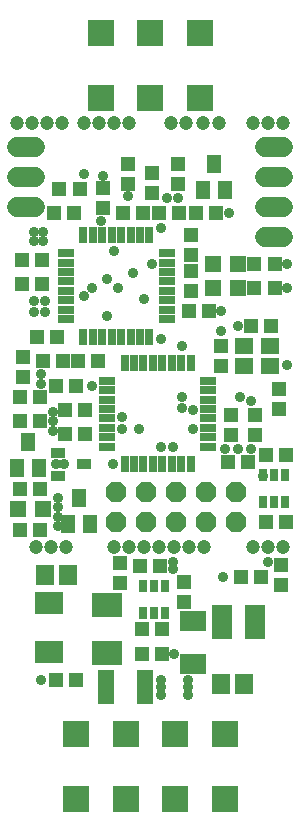
<source format=gbr>
G04 EAGLE Gerber RS-274X export*
G75*
%MOMM*%
%FSLAX34Y34*%
%LPD*%
%INSoldermask Top*%
%IPPOS*%
%AMOC8*
5,1,8,0,0,1.08239X$1,22.5*%
G01*
%ADD10C,1.203200*%
%ADD11R,1.303200X1.203200*%
%ADD12R,1.203200X1.303200*%
%ADD13R,1.203200X0.903200*%
%ADD14R,1.473200X0.762000*%
%ADD15R,0.762000X1.473200*%
%ADD16R,1.203200X1.603200*%
%ADD17R,1.403200X1.403200*%
%ADD18R,2.363200X1.983200*%
%ADD19R,1.403200X3.003200*%
%ADD20C,1.727200*%
%ADD21R,0.803200X1.103200*%
%ADD22P,1.869504X8X22.500000*%
%ADD23R,1.603200X1.403200*%
%ADD24R,1.503200X1.703200*%
%ADD25R,1.803200X2.903200*%
%ADD26R,2.303200X1.703200*%
%ADD27R,2.603200X2.003200*%
%ADD28C,0.914400*%
%ADD29R,2.298700X2.298700*%


D10*
X68263Y588963D03*
X80963Y588963D03*
X93663Y588963D03*
X153988Y588963D03*
X182563Y588963D03*
X168275Y588963D03*
X26988Y230188D03*
X39688Y230188D03*
X52388Y230188D03*
X106363Y230188D03*
X119063Y230188D03*
X131763Y230188D03*
X144463Y230188D03*
X157163Y230188D03*
X106363Y588963D03*
X141288Y588963D03*
X36513Y588963D03*
X23813Y588963D03*
X11113Y588963D03*
X223838Y588963D03*
X211138Y588963D03*
X236538Y588963D03*
X211138Y230188D03*
X223838Y230188D03*
X236538Y230188D03*
X49213Y588963D03*
X169863Y230188D03*
X93663Y230188D03*
D11*
X32313Y452438D03*
X15313Y452438D03*
X156600Y430213D03*
X173600Y430213D03*
D12*
X84138Y533963D03*
X84138Y516963D03*
D11*
X79938Y387350D03*
X62938Y387350D03*
D12*
X125413Y546663D03*
X125413Y529663D03*
D13*
X68150Y300038D03*
X46150Y290538D03*
X46150Y309538D03*
D12*
X45013Y407988D03*
X28013Y407988D03*
X64063Y533400D03*
X47063Y533400D03*
X15313Y473075D03*
X32313Y473075D03*
X32775Y387350D03*
X49775Y387350D03*
X118038Y512763D03*
X101038Y512763D03*
D11*
X158750Y494275D03*
X158750Y477275D03*
X158750Y464113D03*
X158750Y447113D03*
D12*
X42300Y512763D03*
X59300Y512763D03*
X13725Y336550D03*
X30725Y336550D03*
D11*
X15875Y374088D03*
X15875Y391088D03*
D12*
X30725Y279400D03*
X13725Y279400D03*
X148200Y512763D03*
X131200Y512763D03*
D11*
X147638Y554600D03*
X147638Y537600D03*
D12*
X179950Y512763D03*
X162950Y512763D03*
D14*
X52324Y478850D03*
X52324Y470850D03*
X52324Y462850D03*
X52324Y454850D03*
X52324Y446850D03*
X52324Y438850D03*
X52324Y430850D03*
X52324Y422850D03*
D15*
X67250Y407924D03*
X75250Y407924D03*
X83250Y407924D03*
X91250Y407924D03*
X99250Y407924D03*
X107250Y407924D03*
X115250Y407924D03*
X123250Y407924D03*
D14*
X138176Y422850D03*
X138176Y430850D03*
X138176Y438850D03*
X138176Y446850D03*
X138176Y454850D03*
X138176Y462850D03*
X138176Y470850D03*
X138176Y478850D03*
D15*
X123250Y493776D03*
X115250Y493776D03*
X107250Y493776D03*
X99250Y493776D03*
X91250Y493776D03*
X83250Y493776D03*
X75250Y493776D03*
X67250Y493776D03*
D12*
X184150Y400613D03*
X184150Y383613D03*
D11*
X208988Y417513D03*
X225988Y417513D03*
D12*
X212725Y341875D03*
X212725Y324875D03*
X206938Y301625D03*
X189938Y301625D03*
D11*
X13725Y357188D03*
X30725Y357188D03*
X51825Y325438D03*
X68825Y325438D03*
D16*
X20638Y318975D03*
X30138Y296975D03*
X11138Y296975D03*
D12*
X212163Y469900D03*
X229163Y469900D03*
D17*
X197825Y469900D03*
X176825Y469900D03*
D12*
X212163Y449263D03*
X229163Y449263D03*
D17*
X197825Y449263D03*
X176825Y449263D03*
D12*
X133913Y139700D03*
X116913Y139700D03*
D11*
X68825Y346075D03*
X51825Y346075D03*
D12*
X192088Y324875D03*
X192088Y341875D03*
D11*
X43888Y117475D03*
X60888Y117475D03*
D18*
X38100Y182225D03*
X38100Y141525D03*
D12*
X13725Y244475D03*
X30725Y244475D03*
D17*
X11725Y261938D03*
X32725Y261938D03*
D19*
X119688Y111125D03*
X86688Y111125D03*
D12*
X152400Y183588D03*
X152400Y200588D03*
X115325Y214313D03*
X132325Y214313D03*
D11*
X98425Y199463D03*
X98425Y216463D03*
D12*
X104775Y537600D03*
X104775Y554600D03*
D14*
X173101Y314900D03*
X173101Y322900D03*
X173101Y330900D03*
X173101Y338900D03*
X173101Y346900D03*
X173101Y354900D03*
X173101Y362900D03*
X173101Y370900D03*
D15*
X158175Y385826D03*
X150175Y385826D03*
X142175Y385826D03*
X134175Y385826D03*
X126175Y385826D03*
X118175Y385826D03*
X110175Y385826D03*
X102175Y385826D03*
D14*
X87249Y370900D03*
X87249Y362900D03*
X87249Y354900D03*
X87249Y346900D03*
X87249Y338900D03*
X87249Y330900D03*
X87249Y322900D03*
X87249Y314900D03*
D15*
X102175Y299974D03*
X110175Y299974D03*
X118175Y299974D03*
X126175Y299974D03*
X134175Y299974D03*
X142175Y299974D03*
X150175Y299974D03*
X158175Y299974D03*
D20*
X26670Y568325D02*
X11430Y568325D01*
X11430Y542925D02*
X26670Y542925D01*
X26670Y517525D02*
X11430Y517525D01*
D21*
X219100Y267900D03*
X228600Y267900D03*
X238100Y267900D03*
X238100Y290900D03*
X228600Y290900D03*
X219100Y290900D03*
D12*
X238688Y307975D03*
X221688Y307975D03*
D11*
X233363Y364100D03*
X233363Y347100D03*
X221688Y250825D03*
X238688Y250825D03*
X43888Y366713D03*
X60888Y366713D03*
D22*
X95250Y250825D03*
X95250Y276225D03*
X120650Y250825D03*
X120650Y276225D03*
X146050Y250825D03*
X146050Y276225D03*
X171450Y250825D03*
X171450Y276225D03*
X196850Y250825D03*
X196850Y276225D03*
D16*
X63500Y271350D03*
X73000Y249350D03*
X54000Y249350D03*
D20*
X220980Y568325D02*
X236220Y568325D01*
X236220Y542925D02*
X220980Y542925D01*
X220980Y517525D02*
X236220Y517525D01*
X236220Y492125D02*
X220980Y492125D01*
D11*
X234950Y214875D03*
X234950Y197875D03*
X201050Y204788D03*
X218050Y204788D03*
D21*
X136500Y197238D03*
X127000Y197238D03*
X117500Y197238D03*
X117500Y174238D03*
X127000Y174238D03*
X136500Y174238D03*
D12*
X133913Y160338D03*
X116913Y160338D03*
D23*
X203313Y383613D03*
X225313Y383613D03*
X225313Y400613D03*
X203313Y400613D03*
D24*
X184175Y114300D03*
X203175Y114300D03*
X53950Y206375D03*
X34950Y206375D03*
D25*
X184438Y166688D03*
X212438Y166688D03*
D26*
X160338Y131225D03*
X160338Y167225D03*
D27*
X87313Y180588D03*
X87313Y140088D03*
D16*
X177800Y553925D03*
X187300Y531925D03*
X168300Y531925D03*
D28*
X33338Y496888D03*
X93663Y481013D03*
X84138Y544513D03*
X184150Y430213D03*
X184150Y412750D03*
X198438Y417513D03*
X41275Y328613D03*
X44450Y300038D03*
X133350Y104775D03*
X133350Y111125D03*
X155575Y111125D03*
X155575Y104775D03*
X133350Y117475D03*
X53975Y209550D03*
X142875Y211138D03*
X142875Y217488D03*
X53975Y203200D03*
X33338Y138113D03*
X33338Y146050D03*
X42863Y146050D03*
X104775Y527050D03*
X190500Y512763D03*
X31750Y368300D03*
X41275Y344488D03*
X198438Y312738D03*
X209550Y312738D03*
X160338Y330200D03*
X160338Y346075D03*
X239713Y469900D03*
X239713Y449263D03*
X219075Y290513D03*
X50800Y300038D03*
X46038Y263525D03*
X46038Y271463D03*
X46038Y247650D03*
X46038Y255588D03*
X41275Y336550D03*
X31750Y376238D03*
X25400Y496888D03*
X33338Y488950D03*
X25400Y488950D03*
X25400Y438150D03*
X34925Y438150D03*
X34925Y428625D03*
X185738Y204788D03*
X239713Y384175D03*
X31750Y117475D03*
X220663Y250825D03*
X42863Y138113D03*
X155575Y117475D03*
D29*
X61000Y17000D03*
D28*
X187325Y531813D03*
X119063Y439738D03*
X68263Y442913D03*
X74613Y366713D03*
D29*
X187000Y72000D03*
D28*
X25400Y428625D03*
X84138Y182563D03*
X90488Y182563D03*
X90488Y176213D03*
X84138Y176213D03*
X82550Y506413D03*
D29*
X124000Y610000D03*
X103000Y72000D03*
D28*
X87313Y457200D03*
X138113Y525463D03*
D29*
X166000Y610000D03*
D28*
X68263Y546100D03*
D29*
X166000Y665000D03*
X82000Y610000D03*
X82000Y665000D03*
D28*
X133350Y314325D03*
X87313Y425450D03*
X147638Y525463D03*
X109538Y461963D03*
X177800Y550863D03*
D29*
X124000Y665000D03*
D28*
X74613Y449263D03*
X96838Y449263D03*
X133350Y500063D03*
X133350Y406400D03*
X150813Y400050D03*
X114300Y330200D03*
X92075Y300038D03*
X100013Y339725D03*
X125413Y469900D03*
X100013Y330200D03*
X144463Y139700D03*
D29*
X61000Y72000D03*
X145000Y17000D03*
D28*
X142875Y314325D03*
D29*
X103000Y17000D03*
X145000Y72000D03*
D28*
X209550Y354013D03*
X150813Y347663D03*
X200025Y357188D03*
X150813Y357188D03*
D29*
X187000Y17000D03*
D28*
X187325Y312738D03*
X223838Y217488D03*
M02*

</source>
